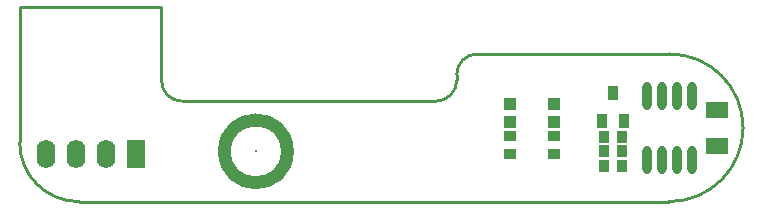
<source format=gbs>
G04*
G04 #@! TF.GenerationSoftware,Altium Limited,Altium Designer,22.2.1 (43)*
G04*
G04 Layer_Color=16711935*
%FSLAX44Y44*%
%MOMM*%
G71*
G04*
G04 #@! TF.SameCoordinates,59029D5E-7FE7-4811-848E-3C15E54AA96D*
G04*
G04*
G04 #@! TF.FilePolarity,Negative*
G04*
G01*
G75*
%ADD12C,0.2540*%
%ADD13R,1.6032X2.4032*%
%ADD14O,1.6032X2.4032*%
%ADD15C,0.2032*%
%ADD27C,1.1020*%
%ADD28R,1.0032X1.0032*%
%ADD29R,1.0922X0.8382*%
%ADD30R,0.8382X1.0922*%
%ADD31R,0.9032X1.2032*%
%ADD32O,0.8032X2.4032*%
%ADD33R,1.9812X1.3462*%
D12*
X787500Y0D02*
G03*
X770000Y-17500I0J-17500D01*
G01*
X752500Y-40000D02*
G03*
X770000Y-22500I0J17500D01*
G01*
X520000D02*
G03*
X537500Y-40000I17500J0D01*
G01*
X400000Y-75000D02*
G03*
X450000Y-125000I50000J0D01*
G01*
X950000D02*
G03*
X950000Y0I0J62500D01*
G01*
X770000Y-22500D02*
Y-17500D01*
X537500Y-40000D02*
X752500D01*
X787500Y0D02*
X950000D01*
X520000Y-22500D02*
Y40000D01*
X400000Y-75000D02*
Y40000D01*
X450000Y-125000D02*
X950000D01*
X400000Y40000D02*
X520000D01*
D13*
X498100Y-85000D02*
D03*
D14*
X472700D02*
D03*
X421900D02*
D03*
X447300D02*
D03*
D15*
X600000Y-82500D02*
D03*
D27*
X626610D02*
G03*
X626610Y-82500I-26610J0D01*
G01*
D28*
X815000Y-57500D02*
D03*
Y-42500D02*
D03*
X852500Y-57500D02*
D03*
Y-42500D02*
D03*
D29*
X815000Y-69880D02*
D03*
Y-85120D02*
D03*
X852500Y-69880D02*
D03*
Y-85120D02*
D03*
D30*
X910120Y-95000D02*
D03*
X894880D02*
D03*
X910120Y-82500D02*
D03*
X894880D02*
D03*
X894880Y-70000D02*
D03*
X910120D02*
D03*
D31*
X893000Y-57000D02*
D03*
X912000D02*
D03*
X902500Y-33000D02*
D03*
D32*
X956350Y-89500D02*
D03*
X930950D02*
D03*
X969050Y-35500D02*
D03*
X956350D02*
D03*
X943650D02*
D03*
X969050Y-89500D02*
D03*
X943650D02*
D03*
X930950Y-35500D02*
D03*
D33*
X990000Y-47260D02*
D03*
Y-77740D02*
D03*
M02*

</source>
